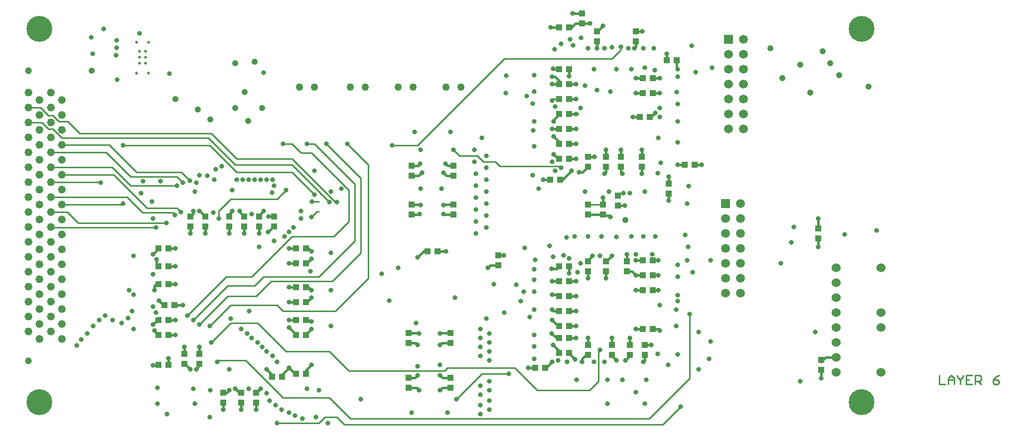
<source format=gbl>
%FSLAX24Y24*%
%MOIN*%
G70*
G01*
G75*
G04 Layer_Physical_Order=6*
%ADD10R,0.0866X0.0236*%
%ADD11R,0.0866X0.0787*%
%ADD12R,0.0787X0.0866*%
%ADD13R,0.0394X0.0433*%
%ADD14R,0.0630X0.0118*%
%ADD15R,0.0118X0.0630*%
%ADD16R,0.0650X0.0118*%
%ADD17R,0.0728X0.0118*%
%ADD18R,0.0118X0.0728*%
%ADD19R,0.0512X0.0591*%
%ADD20R,0.0807X0.0236*%
%ADD21R,0.0591X0.0512*%
%ADD22R,0.1063X0.0630*%
%ADD23R,0.1024X0.0945*%
%ADD24R,0.0630X0.0709*%
%ADD25R,0.0709X0.0630*%
%ADD26R,0.0433X0.0394*%
%ADD27R,0.0866X0.0236*%
%ADD28C,0.0200*%
%ADD29R,0.5906X0.5906*%
%ADD30R,0.0420X0.1181*%
%ADD31C,0.0241*%
%ADD32R,0.0709X0.0787*%
%ADD33R,0.0620X0.0775*%
%ADD34R,0.0360X0.2560*%
%ADD35R,0.0600X0.0150*%
%ADD36R,0.0620X0.1010*%
%ADD37C,0.0080*%
%ADD38C,0.0160*%
%ADD39C,0.0100*%
%ADD40C,0.0120*%
%ADD41C,0.0200*%
%ADD42C,0.0180*%
%ADD43C,0.0460*%
%ADD44C,0.0520*%
%ADD45C,0.0500*%
%ADD46C,0.1732*%
%ADD47C,0.1732*%
%ADD48C,0.0600*%
%ADD49R,0.0591X0.0591*%
%ADD50C,0.0591*%
%ADD51C,0.0320*%
%ADD52C,0.0420*%
D13*
X61800Y41265D02*
D03*
Y41935D02*
D03*
X60400D02*
D03*
Y41265D02*
D03*
X50200Y45735D02*
D03*
Y45065D02*
D03*
X32600Y44935D02*
D03*
Y44265D02*
D03*
X59200Y36335D02*
D03*
Y35665D02*
D03*
X62000Y36335D02*
D03*
Y35665D02*
D03*
X63000Y36335D02*
D03*
Y35665D02*
D03*
X58800Y58535D02*
D03*
Y57865D02*
D03*
X59200Y41265D02*
D03*
Y41935D02*
D03*
X47200Y37135D02*
D03*
Y36465D02*
D03*
Y33465D02*
D03*
Y34135D02*
D03*
X50000Y33465D02*
D03*
Y34135D02*
D03*
Y37135D02*
D03*
Y36465D02*
D03*
X60800Y36335D02*
D03*
Y35665D02*
D03*
X60400Y48265D02*
D03*
Y48935D02*
D03*
X61400Y48265D02*
D03*
Y48935D02*
D03*
X62800Y48265D02*
D03*
Y48935D02*
D03*
X60200Y45065D02*
D03*
Y45735D02*
D03*
X59200Y45065D02*
D03*
Y45735D02*
D03*
X64600Y47135D02*
D03*
Y46465D02*
D03*
X47400Y47665D02*
D03*
Y48335D02*
D03*
X50200Y47665D02*
D03*
Y48335D02*
D03*
X47400Y45735D02*
D03*
Y45065D02*
D03*
X59200Y48265D02*
D03*
Y48935D02*
D03*
X61200Y46335D02*
D03*
Y45665D02*
D03*
X35200Y44935D02*
D03*
Y44265D02*
D03*
X62400Y56665D02*
D03*
Y57335D02*
D03*
X33200Y35065D02*
D03*
Y35735D02*
D03*
X36000Y33135D02*
D03*
Y32465D02*
D03*
X37000Y33135D02*
D03*
Y32465D02*
D03*
X37200Y44935D02*
D03*
Y44265D02*
D03*
X36200Y44935D02*
D03*
Y44265D02*
D03*
X33600Y44935D02*
D03*
Y44265D02*
D03*
X34800Y33135D02*
D03*
Y32465D02*
D03*
X32200Y35065D02*
D03*
Y35735D02*
D03*
X38200Y44935D02*
D03*
Y44265D02*
D03*
X74600Y44135D02*
D03*
Y43465D02*
D03*
X74800Y34665D02*
D03*
Y35335D02*
D03*
X53200Y41665D02*
D03*
Y42335D02*
D03*
X59800Y57335D02*
D03*
Y56665D02*
D03*
D26*
X56335Y34800D02*
D03*
X55665D02*
D03*
X62865Y42000D02*
D03*
X63535D02*
D03*
X56665Y47400D02*
D03*
X57335D02*
D03*
X38065Y34200D02*
D03*
X38735D02*
D03*
X57935Y40600D02*
D03*
X57265D02*
D03*
X57935Y39600D02*
D03*
X57265D02*
D03*
X57935Y38600D02*
D03*
X57265D02*
D03*
X57935Y36800D02*
D03*
X57265D02*
D03*
X62865Y37400D02*
D03*
X63535D02*
D03*
X62865Y40000D02*
D03*
X63535D02*
D03*
X62865Y41000D02*
D03*
X63535D02*
D03*
X57265Y57600D02*
D03*
X57935D02*
D03*
X57935Y37600D02*
D03*
X57265D02*
D03*
X57935Y41600D02*
D03*
X57265D02*
D03*
X57935Y35800D02*
D03*
X57265D02*
D03*
Y54800D02*
D03*
X57935D02*
D03*
X65135Y55400D02*
D03*
X64465D02*
D03*
X57265Y51800D02*
D03*
X57935D02*
D03*
X57265Y49800D02*
D03*
X57935D02*
D03*
X65665Y48400D02*
D03*
X66335D02*
D03*
X63535Y54200D02*
D03*
X62865D02*
D03*
X63535Y53200D02*
D03*
X62865D02*
D03*
X57265Y53800D02*
D03*
X57935D02*
D03*
X57265Y50800D02*
D03*
X57935D02*
D03*
X57265Y48800D02*
D03*
X57935D02*
D03*
X63335Y51600D02*
D03*
X62665D02*
D03*
X30865Y39000D02*
D03*
X31535D02*
D03*
X30465Y38000D02*
D03*
X31135D02*
D03*
X40335D02*
D03*
X39665D02*
D03*
X40335Y39200D02*
D03*
X39665D02*
D03*
X40335Y41800D02*
D03*
X39665D02*
D03*
X30465Y41600D02*
D03*
X31135D02*
D03*
X30465Y42800D02*
D03*
X31135D02*
D03*
X30465Y40400D02*
D03*
X31135D02*
D03*
X30465Y37000D02*
D03*
X31135D02*
D03*
X30465Y35000D02*
D03*
X31135D02*
D03*
X40335Y42800D02*
D03*
X39665D02*
D03*
X40335Y40200D02*
D03*
X39665D02*
D03*
X40335Y37000D02*
D03*
X39665D02*
D03*
X40335Y34400D02*
D03*
X39665D02*
D03*
X48465Y42600D02*
D03*
X49135D02*
D03*
X57935Y52800D02*
D03*
X57265D02*
D03*
D28*
X29000Y56600D02*
D03*
X29800D02*
D03*
X29200Y56000D02*
D03*
X29600D02*
D03*
X29200Y55600D02*
D03*
X29600D02*
D03*
X29200Y55200D02*
D03*
X29600D02*
D03*
X29000Y54550D02*
D03*
X29800D02*
D03*
D38*
X40000Y31400D02*
X40100D01*
X61800Y41935D02*
Y42400D01*
X60435Y41935D02*
X60800Y42300D01*
X60400Y41935D02*
X60435D01*
X39200Y39200D02*
X39665D01*
X57500Y47400D02*
X58100Y48000D01*
X59200Y42000D02*
X59500Y42300D01*
X56757Y41457D02*
X57123D01*
X56800Y40600D02*
X57265D01*
X56800Y39700D02*
X57165D01*
X56900Y38600D02*
X57265D01*
X56798Y38702D02*
X56900Y38600D01*
X56800Y38000D02*
X57200Y37600D01*
X56773Y37127D02*
X57100Y36800D01*
X56861Y36339D02*
X57265Y35935D01*
X56700Y35200D02*
X56800D01*
X56400Y34800D02*
X56800Y35200D01*
X57935Y35765D02*
X58333Y35367D01*
X58800Y35200D02*
Y35400D01*
X63000Y35300D02*
Y35665D01*
X62900Y35200D02*
X63000Y35300D01*
X63900Y37400D02*
X63976Y37324D01*
X63535Y37400D02*
X63900D01*
X63535Y40000D02*
X63900D01*
X63535Y41000D02*
X63900D01*
X63535Y42000D02*
X63900D01*
X33200Y45300D02*
X33235D01*
X33600Y44935D01*
X32800Y45135D02*
Y45300D01*
X32600Y44935D02*
X32800Y45135D01*
X32600Y43800D02*
Y44265D01*
X33600Y43800D02*
Y44265D01*
X35200Y45100D02*
X35400Y45300D01*
X35200Y44935D02*
Y45100D01*
Y43800D02*
Y44265D01*
X36200Y43800D02*
Y44265D01*
X35900Y45235D02*
Y45300D01*
Y45235D02*
X36200Y44935D01*
X37200Y45000D02*
X37500Y45300D01*
X37835Y44935D02*
X38100D01*
X37200Y43900D02*
Y44265D01*
X37800Y43900D02*
X38138Y44238D01*
X40335Y42800D02*
X40500D01*
X40700Y42600D01*
X39200Y42800D02*
X39665D01*
X39200Y41800D02*
X39665D01*
X40400D02*
X40700Y42100D01*
X39200Y40200D02*
X39665D01*
X40335D02*
X40500D01*
X40700Y40000D01*
X40400Y39200D02*
X40708Y39508D01*
X39200Y38000D02*
X39665D01*
X40335D02*
X40500D01*
X40600Y37900D01*
X40700D01*
X40335Y37035D02*
X40700Y37400D01*
X33200Y35735D02*
Y36200D01*
X30446Y34980D02*
X30465Y35000D01*
X30080Y34980D02*
X30446D01*
X31135Y35000D02*
Y35435D01*
X32235Y35065D02*
X32600Y34700D01*
X32200Y35735D02*
Y36200D01*
X31135Y37000D02*
X31600D01*
X30222Y37244D02*
Y37278D01*
Y37244D02*
X30465Y37000D01*
X30100Y37700D02*
X30400Y38000D01*
X31135D02*
X31600D01*
X31535Y39000D02*
X32100D01*
X30333Y41732D02*
Y42067D01*
Y41732D02*
X30465Y41600D01*
X31135D02*
X31600D01*
X31135Y42800D02*
X31600D01*
X30100Y42400D02*
X30465Y42765D01*
X56900Y49100D02*
X57200Y48800D01*
X57935Y51800D02*
X58500D01*
X56900Y51400D02*
X57265Y51765D01*
X57935Y50800D02*
X58400D01*
X57100D02*
X57200Y50700D01*
X56800Y50800D02*
X57100D01*
X56900Y50300D02*
X57265Y49935D01*
Y49800D02*
Y49935D01*
X57935Y49800D02*
X58400D01*
X57935Y48800D02*
X58400D01*
X58835Y47900D02*
X59200Y48265D01*
X58600Y47900D02*
X58835D01*
X60400D02*
Y48265D01*
X60302Y47802D02*
X60400Y47900D01*
X61400D02*
Y48265D01*
Y47900D02*
X61483Y47817D01*
X62800Y47800D02*
Y48265D01*
X61200Y45665D02*
X61665D01*
X60200Y45735D02*
Y46200D01*
X64600Y46000D02*
Y46465D01*
Y47135D02*
Y47600D01*
X65165Y48400D02*
X65565D01*
X66335D02*
X66800D01*
X63400Y51600D02*
X63692Y51892D01*
X62200Y51600D02*
X62665D01*
X62500Y53200D02*
X62865D01*
X63500D02*
X64000D01*
X63535Y54200D02*
X64000D01*
X62400D02*
X62865D01*
X65135Y54865D02*
Y55400D01*
Y54865D02*
X65200Y54800D01*
X64465Y55400D02*
Y55835D01*
X62400Y56300D02*
Y56665D01*
X62300Y56200D02*
X62400Y56300D01*
X59800Y56200D02*
Y56665D01*
X56900Y54800D02*
X57200D01*
X56800Y54300D02*
X57000D01*
X57265Y53800D02*
Y54035D01*
X56800Y53800D02*
X57265D01*
X57000Y54300D02*
X57265Y54035D01*
X57935Y52800D02*
X58400D01*
X57935Y53800D02*
X58400D01*
X30500Y39300D02*
X30800Y39000D01*
X30865D01*
X31135Y40400D02*
X31600D01*
X30200Y40300D02*
X30400Y40500D01*
X30200Y40000D02*
Y40300D01*
X74600Y42900D02*
Y43465D01*
X35600Y33400D02*
X35865Y33135D01*
X63000Y36335D02*
X63435D01*
X60400Y48935D02*
Y49400D01*
X61400Y48935D02*
Y49400D01*
X62800Y48935D02*
Y49400D01*
X59200Y36335D02*
Y36800D01*
X57935Y41135D02*
Y41600D01*
X47735Y33465D02*
X47900Y33300D01*
X47200Y33465D02*
X47735D01*
X49465D02*
X50000D01*
X49300Y33300D02*
X49465Y33465D01*
X47665Y36465D02*
X47800Y36330D01*
X47200Y36465D02*
X47665D01*
X47865Y37135D02*
X47900Y37100D01*
X47200Y37135D02*
X47865D01*
X49335D02*
X50000D01*
X49300Y37100D02*
X49335Y37135D01*
X49435Y36465D02*
X50000D01*
X49300Y36330D02*
X49435Y36465D01*
X47635Y34135D02*
X47800Y34300D01*
X47200Y34135D02*
X47635D01*
X49465D02*
X50000D01*
X49300Y34300D02*
X49465Y34135D01*
X39600Y34400D02*
X39665D01*
X39200Y34800D02*
X39600Y34400D01*
X38735Y34335D02*
X39200Y34800D01*
X40335Y34635D02*
X40700Y35000D01*
X40335Y34400D02*
Y34635D01*
X38735Y34200D02*
Y34335D01*
X37700Y34700D02*
X38065Y34335D01*
Y34200D02*
Y34335D01*
X39665Y37000D02*
Y37035D01*
X39200Y37500D02*
X39665Y37035D01*
X35035Y33135D02*
X35200Y33300D01*
X34800Y33135D02*
X35035D01*
X34800Y32000D02*
Y32465D01*
X36000Y32000D02*
Y32465D01*
X37000Y32000D02*
Y32465D01*
X35865Y33135D02*
X36000D01*
X37029D02*
X37300Y33406D01*
X37000Y33135D02*
X37029D01*
X58800Y35400D02*
X59100Y35700D01*
X59200Y41935D02*
Y42000D01*
Y40800D02*
Y41265D01*
X60400Y40800D02*
Y41265D01*
X62400Y41000D02*
X62865D01*
X61800Y41265D02*
X62135D01*
X62400Y41000D01*
Y42000D02*
X62865D01*
X62400Y40000D02*
X62865D01*
X62400Y37400D02*
X62865D01*
X60800Y36335D02*
Y36800D01*
X62000Y36335D02*
Y36800D01*
Y35600D02*
Y35665D01*
X61700Y35300D02*
X62000Y35600D01*
X60800D02*
Y35665D01*
Y35600D02*
X61100Y35300D01*
X57935Y35765D02*
Y35800D01*
X57265D02*
Y35935D01*
X57935Y36800D02*
X58400D01*
X57935Y37600D02*
X58400D01*
X57935Y38600D02*
X58400D01*
X57100Y36800D02*
X57265D01*
X57200Y37600D02*
X57265D01*
X57165Y39700D02*
X57265Y39600D01*
X57935D02*
X58400D01*
X57935Y40600D02*
X58400D01*
X57123Y41457D02*
X57265Y41600D01*
X57935Y54335D02*
Y54800D01*
X56200Y47400D02*
X56665D01*
X57335D02*
X57500D01*
X47815Y48335D02*
X47973Y48493D01*
X47400Y48335D02*
X47815D01*
X47865Y47665D02*
X48083Y47883D01*
X47400Y47665D02*
X47865D01*
X47400Y45065D02*
X47885D01*
X47400Y45735D02*
X47965D01*
X47983Y45717D01*
X49812Y48335D02*
X50200D01*
X49673Y48473D02*
X49812Y48335D01*
X49735Y47665D02*
X50200D01*
X49517Y47883D02*
X49735Y47665D01*
X49535Y45735D02*
X50200D01*
X49517Y45717D02*
X49535Y45735D01*
X49568Y45065D02*
X50200D01*
X49527Y45107D02*
X49568Y45065D01*
X52500Y41500D02*
X52665Y41665D01*
X53200D01*
Y42335D02*
X53535D01*
X53550Y42350D01*
X59200Y48935D02*
X59635D01*
X74600Y44135D02*
Y44800D01*
X75100Y35500D02*
X75800D01*
X74800Y35200D02*
X75100Y35500D01*
X74800Y34100D02*
Y34665D01*
X59800Y57335D02*
X59835D01*
X60200Y57700D01*
X58100Y57600D02*
X58365Y57865D01*
X57935Y57600D02*
X58100D01*
X58365Y57865D02*
X59335D01*
X58165Y58535D02*
X58800D01*
X56700Y57600D02*
X57265D01*
X60200Y45065D02*
X60265Y45000D01*
X60600D01*
X59200Y45065D02*
X60200D01*
X60600Y45000D02*
X60700Y44900D01*
X55200Y34800D02*
X55665D01*
X56335D02*
X56400D01*
X62400Y57335D02*
X62835D01*
D39*
X35700Y48800D02*
X39400D01*
X42300Y45900D02*
X42400D01*
X39400Y48800D02*
X42300Y45900D01*
X21750Y52250D02*
X22550D01*
X31700Y47600D02*
X32100Y47200D01*
X26950Y49250D02*
X28600Y47600D01*
X31700D01*
X23250Y49250D02*
X26950D01*
X26550Y47250D02*
X26600Y47200D01*
X23250Y47250D02*
X26550D01*
X53600Y55500D02*
X60800D01*
X47800Y49700D02*
X53600Y55500D01*
X33565Y44935D02*
X33600D01*
X36200D02*
Y45000D01*
X37200Y44935D02*
Y45000D01*
X38100Y44935D02*
X38200D01*
X37200Y43800D02*
Y43900D01*
X38165Y44265D02*
X38200D01*
X38138Y44238D02*
X38165Y44265D01*
X40335Y41800D02*
X40400D01*
X40335Y39200D02*
X40400D01*
X40335Y37000D02*
Y37035D01*
X30080Y34980D02*
X30100Y35000D01*
X32200Y35065D02*
X32235D01*
X30200Y37300D02*
X30222Y37278D01*
X30465Y37000D02*
Y37035D01*
X30400Y38000D02*
X30465D01*
Y42765D02*
Y42800D01*
X57200Y48800D02*
X57265D01*
Y51765D02*
Y51800D01*
X56902Y51302D02*
X56950Y51350D01*
X59200Y45735D02*
X60200D01*
X63335Y51600D02*
X63400D01*
X62400Y53200D02*
X62500D01*
X57200Y54800D02*
X57265D01*
X56855Y54845D02*
X56900Y54800D01*
X61365Y46500D02*
X61572D01*
X43100Y49800D02*
X44500Y48400D01*
X33900Y37600D02*
X35300Y39000D01*
X44500Y40800D02*
Y48400D01*
X42300Y38600D02*
X44500Y40800D01*
X38800Y38600D02*
X42300D01*
X38400Y39000D02*
X38800Y38600D01*
X35300Y39000D02*
X38400D01*
X41700Y49800D02*
X44000Y47500D01*
X33200Y37700D02*
X35100Y39600D01*
X40400Y49800D02*
X40900D01*
X32800Y38000D02*
X35100Y40300D01*
X38800Y49800D02*
X39400D01*
X32400Y38300D02*
X35000Y40900D01*
X35100Y39600D02*
X37000D01*
X38000Y40600D01*
X42100D01*
X44000Y42500D01*
Y47500D01*
X35100Y40300D02*
X36900D01*
X37500Y40900D01*
X41200D01*
X43600Y43300D01*
Y47100D01*
X40900Y49800D02*
X43600Y47100D01*
X35000Y40900D02*
X36700D01*
X39400Y43600D01*
X42200D01*
X43200Y44600D01*
Y46700D01*
X40700Y49200D02*
X43200Y46700D01*
X40000Y49200D02*
X40700D01*
X39400Y49800D02*
X40000Y49200D01*
X60800Y55500D02*
X61400Y56100D01*
X35300Y46100D02*
X38400D01*
X34500Y45300D02*
X35300Y46100D01*
Y37800D02*
X37100D01*
X66000Y34100D02*
Y38400D01*
X34500Y35300D02*
X36300D01*
X34400Y35200D02*
X34500Y35300D01*
X36300D02*
X38800Y32800D01*
X37100Y37800D02*
X39000Y35900D01*
X41900D01*
X43200Y34600D01*
X49600D01*
X49800Y34800D01*
X54300D01*
X55800Y33300D01*
X59300D01*
X59900Y33900D01*
Y35900D01*
X22550Y52250D02*
X23100Y51700D01*
X23400D01*
X23800Y51300D01*
X24400D01*
X25200Y50500D01*
X34000D01*
X35700Y48800D01*
X21750Y51250D02*
X22650D01*
X39400Y48400D02*
X41900Y45900D01*
X33900Y49700D02*
X35700Y47900D01*
X39400D01*
X35600Y48400D02*
X39400D01*
X22650Y51250D02*
X23100Y50800D01*
X23400D01*
X24000Y50200D01*
X33800D01*
X35600Y48400D01*
X57300Y48300D02*
X57400Y48200D01*
X50200Y49400D02*
X50600Y49000D01*
X51800D01*
X52200Y48600D01*
X53000D01*
X53300Y48300D01*
X57300D01*
X61200Y46335D02*
X61365Y46500D01*
X56900Y52800D02*
X57265D01*
X56800Y52700D02*
X56900Y52800D01*
X32000Y47900D02*
X32546Y47354D01*
X24000Y49750D02*
X27150D01*
X29000Y47900D01*
X32000D01*
X23250Y48250D02*
X27350D01*
X28600Y47000D02*
X31700D01*
X27350Y48250D02*
X28600Y47000D01*
X31700Y45500D02*
X31955Y45245D01*
X24000Y47750D02*
X27450D01*
X29700Y45500D01*
X31700D01*
X23250Y46250D02*
X28350D01*
X31423Y45200D02*
X31561Y45061D01*
X28350Y46250D02*
X29400Y45200D01*
X31423D01*
X28050Y45750D02*
X28100Y45800D01*
X24000Y45750D02*
X28050D01*
X25100Y44500D02*
X31000D01*
X23250Y45250D02*
X24350D01*
X25100Y44500D01*
X23300Y44200D02*
X30300D01*
X23250Y44250D02*
X23300Y44200D01*
X30077Y44823D02*
X30100Y44800D01*
X33200Y34900D02*
Y35065D01*
X33000Y34700D02*
X33200Y34900D01*
X41065Y45265D02*
X41200D01*
X40700Y44900D02*
X41065Y45265D01*
X40735Y45935D02*
X41200D01*
X40735Y45935D02*
X40735Y45935D01*
X50400Y32700D02*
X52100Y34400D01*
X53900D01*
X63300Y31400D02*
X66000Y34100D01*
X43300Y31400D02*
X63300D01*
X41900Y32800D02*
X43300Y31400D01*
X38800Y32800D02*
X41900D01*
X41200Y31100D02*
X41600Y31500D01*
X42400D01*
X42900Y31000D01*
X64200D01*
X38400Y31100D02*
X41200D01*
X64200Y31000D02*
X65400Y32200D01*
X34000Y36500D02*
X35300Y37800D01*
X59900Y35900D02*
X60000Y36000D01*
X34500Y44800D02*
Y45300D01*
X38400Y46100D02*
X39000Y46700D01*
X46100Y49700D02*
X47800D01*
X61400Y56100D02*
Y56300D01*
X39400Y47900D02*
X40900Y46400D01*
X28100Y49700D02*
X33900D01*
X82700Y34300D02*
Y33700D01*
X83100D01*
X83300D02*
Y34100D01*
X83500Y34300D01*
X83700Y34100D01*
Y33700D01*
Y34000D01*
X83300D01*
X83900Y34300D02*
Y34200D01*
X84100Y34000D01*
X84299Y34200D01*
Y34300D01*
X84100Y34000D02*
Y33700D01*
X84899Y34300D02*
X84499D01*
Y33700D01*
X84899D01*
X84499Y34000D02*
X84699D01*
X85099Y33700D02*
Y34300D01*
X85399D01*
X85499Y34200D01*
Y34000D01*
X85399Y33900D01*
X85099D01*
X85299D02*
X85499Y33700D01*
X86699Y34300D02*
X86499Y34200D01*
X86299Y34000D01*
Y33800D01*
X86399Y33700D01*
X86599D01*
X86699Y33800D01*
Y33900D01*
X86599Y34000D01*
X86299D01*
D42*
X47800Y42200D02*
X48300Y42700D01*
X48400D01*
X49135Y42600D02*
X49700D01*
D43*
X21750Y54710D02*
D03*
Y35290D02*
D03*
D44*
Y53250D02*
D03*
X22500Y52750D02*
D03*
X21750Y52250D02*
D03*
X22500Y51750D02*
D03*
X21750Y51250D02*
D03*
X22500Y50750D02*
D03*
X21750Y50250D02*
D03*
X22500Y49750D02*
D03*
X21750Y49250D02*
D03*
X22500Y48750D02*
D03*
X21750Y48250D02*
D03*
X22500Y47750D02*
D03*
X21750Y47250D02*
D03*
X22500Y46750D02*
D03*
X21750Y46250D02*
D03*
X22500Y45750D02*
D03*
X21750Y45250D02*
D03*
X22500Y44750D02*
D03*
X21750Y44250D02*
D03*
X22500Y43750D02*
D03*
X21750Y43250D02*
D03*
X22500Y42750D02*
D03*
X21750Y42250D02*
D03*
X22500Y41750D02*
D03*
X21750Y41250D02*
D03*
X22500Y40750D02*
D03*
X21750Y40250D02*
D03*
X22500Y39750D02*
D03*
X21750Y39250D02*
D03*
X22500Y38750D02*
D03*
X21750Y38250D02*
D03*
X22500Y37750D02*
D03*
X21750Y37250D02*
D03*
X22500Y36750D02*
D03*
X23250Y53250D02*
D03*
X24000Y52750D02*
D03*
X23250Y52250D02*
D03*
X24000Y51750D02*
D03*
X23250Y51250D02*
D03*
X24000Y50750D02*
D03*
X23250Y50250D02*
D03*
X24000Y49750D02*
D03*
X23250Y49250D02*
D03*
X24000Y48750D02*
D03*
X23250Y48250D02*
D03*
X24000Y47750D02*
D03*
X23250Y47250D02*
D03*
X24000Y46750D02*
D03*
X23250Y46250D02*
D03*
X24000Y45750D02*
D03*
X23250Y45250D02*
D03*
X24000Y44750D02*
D03*
X23250Y44250D02*
D03*
X24000Y43750D02*
D03*
X23250Y43250D02*
D03*
X24000Y42750D02*
D03*
X23250Y42250D02*
D03*
X24000Y41750D02*
D03*
X23250Y41250D02*
D03*
X24000Y40750D02*
D03*
X23250Y40250D02*
D03*
X24000Y39750D02*
D03*
X23250Y39250D02*
D03*
X24000Y38750D02*
D03*
X23250Y38250D02*
D03*
X24000Y37750D02*
D03*
X23250Y37250D02*
D03*
X24000Y36750D02*
D03*
D45*
X49700Y53600D02*
D03*
X50700D02*
D03*
X46500D02*
D03*
X47500D02*
D03*
X43300D02*
D03*
X44300D02*
D03*
X39900D02*
D03*
X40900D02*
D03*
D46*
X77500Y32500D02*
D03*
X22500D02*
D03*
Y57500D02*
D03*
D47*
X77500D02*
D03*
D48*
X75800Y36500D02*
D03*
Y37500D02*
D03*
Y35500D02*
D03*
Y34500D02*
D03*
X78800Y37500D02*
D03*
Y34500D02*
D03*
Y38500D02*
D03*
Y41500D02*
D03*
X75800Y38500D02*
D03*
Y39500D02*
D03*
Y41500D02*
D03*
Y40500D02*
D03*
D49*
X68400Y45800D02*
D03*
X68600Y56800D02*
D03*
D50*
X69400Y45800D02*
D03*
X68400Y44800D02*
D03*
X69400D02*
D03*
X68400Y43800D02*
D03*
X69400D02*
D03*
X68400Y42800D02*
D03*
X69400D02*
D03*
X68400Y41800D02*
D03*
X69400D02*
D03*
X68400Y40800D02*
D03*
X69400D02*
D03*
X68400Y39800D02*
D03*
X69400D02*
D03*
X69600Y56800D02*
D03*
X68600Y55800D02*
D03*
X69600D02*
D03*
X68600Y54800D02*
D03*
X69600D02*
D03*
X68600Y53800D02*
D03*
X69600D02*
D03*
X68600Y52800D02*
D03*
X69600D02*
D03*
X68600Y51800D02*
D03*
X69600D02*
D03*
X68600Y50800D02*
D03*
X69600D02*
D03*
D51*
X40900Y48000D02*
D03*
X42700Y46800D02*
D03*
X42400Y45900D02*
D03*
X30591Y47309D02*
D03*
X29409D02*
D03*
X47400Y31800D02*
D03*
X49800D02*
D03*
X47600Y50600D02*
D03*
X50000D02*
D03*
X32900Y32400D02*
D03*
X30400D02*
D03*
X31009Y31709D02*
D03*
X44000Y32700D02*
D03*
X41200Y33300D02*
D03*
X52900Y40400D02*
D03*
X54391Y40391D02*
D03*
X53600Y38500D02*
D03*
X54708Y39292D02*
D03*
X54900Y39900D02*
D03*
X53709Y54391D02*
D03*
X55100Y53000D02*
D03*
X53700Y53200D02*
D03*
X66109Y56391D02*
D03*
X67500Y54900D02*
D03*
X66400Y54600D02*
D03*
X65909Y46991D02*
D03*
X65809Y45809D02*
D03*
X67391Y42009D02*
D03*
X65900Y42900D02*
D03*
X65809Y42009D02*
D03*
X66600Y37200D02*
D03*
X67391Y36591D02*
D03*
X67291Y35409D02*
D03*
X66600Y34700D02*
D03*
X62391Y33191D02*
D03*
X63000Y32400D02*
D03*
X60500D02*
D03*
X59000Y46600D02*
D03*
X35400Y46700D02*
D03*
X55600Y36250D02*
D03*
X55900Y46800D02*
D03*
X64000Y52200D02*
D03*
X62200Y51600D02*
D03*
X63692Y51892D02*
D03*
X63000Y46600D02*
D03*
X60200Y46200D02*
D03*
X55600Y54400D02*
D03*
X59600Y54800D02*
D03*
X60800Y56284D02*
D03*
X63600Y56200D02*
D03*
X55511Y50711D02*
D03*
X33900Y37600D02*
D03*
X33200Y37700D02*
D03*
X32800Y38000D02*
D03*
X32400Y38300D02*
D03*
X40400Y49800D02*
D03*
X43100D02*
D03*
X41700D02*
D03*
X38800D02*
D03*
X30500Y39300D02*
D03*
X31600Y40400D02*
D03*
X30200Y40000D02*
D03*
X61400Y56300D02*
D03*
X46100Y49700D02*
D03*
X39000Y46700D02*
D03*
X34500Y44800D02*
D03*
X34000Y36500D02*
D03*
X34400Y35200D02*
D03*
X60000Y36000D02*
D03*
X33924Y33324D02*
D03*
X29300Y46500D02*
D03*
X41900Y45900D02*
D03*
X28100Y49700D02*
D03*
X40900Y46400D02*
D03*
X38057Y46557D02*
D03*
X63435Y36335D02*
D03*
X60400Y49400D02*
D03*
X61400D02*
D03*
X62800D02*
D03*
X29200Y57200D02*
D03*
X27700Y54100D02*
D03*
X25949Y56951D02*
D03*
X26800Y57500D02*
D03*
X26051Y55849D02*
D03*
X27630Y55730D02*
D03*
X27642Y56242D02*
D03*
X27646Y56754D02*
D03*
X31200Y54500D02*
D03*
X59200Y36800D02*
D03*
X50400Y32700D02*
D03*
X66200Y41200D02*
D03*
X58700Y41800D02*
D03*
X58500Y41200D02*
D03*
X57935Y41135D02*
D03*
X65700Y43700D02*
D03*
X58300Y43600D02*
D03*
X57939Y42161D02*
D03*
X57743Y43543D02*
D03*
X47900Y33300D02*
D03*
X49300D02*
D03*
X41000Y31500D02*
D03*
X41800Y31100D02*
D03*
X47800Y36330D02*
D03*
X47900Y37100D02*
D03*
X49300D02*
D03*
Y36330D02*
D03*
X47700Y37800D02*
D03*
X49300Y35000D02*
D03*
X47800Y34900D02*
D03*
X49300Y34300D02*
D03*
X47800D02*
D03*
X48000Y49400D02*
D03*
X38400Y35200D02*
D03*
X38100Y35600D02*
D03*
X37700Y35900D02*
D03*
X37400Y36200D02*
D03*
X37100Y36500D02*
D03*
X36700Y36800D02*
D03*
X36400Y37100D02*
D03*
X39200Y37500D02*
D03*
X36000Y37400D02*
D03*
X39200Y34800D02*
D03*
X37700Y33100D02*
D03*
X36483Y33417D02*
D03*
X34800Y32000D02*
D03*
X36000D02*
D03*
X37000D02*
D03*
X37300Y33406D02*
D03*
X35200Y34700D02*
D03*
X35600Y33400D02*
D03*
X35200Y33300D02*
D03*
X37900Y32600D02*
D03*
X38300Y32300D02*
D03*
X38700Y32000D02*
D03*
X39200Y31800D02*
D03*
X39600Y31600D02*
D03*
X40100Y31400D02*
D03*
X52000Y37400D02*
D03*
X52600Y37100D02*
D03*
X55300Y38200D02*
D03*
X52000Y36800D02*
D03*
X52600Y36500D02*
D03*
X52000Y36200D02*
D03*
X52600Y35900D02*
D03*
X52000Y35600D02*
D03*
X52600Y35300D02*
D03*
Y33900D02*
D03*
X52000Y31700D02*
D03*
X52600Y32000D02*
D03*
X52000Y32300D02*
D03*
X52600Y32600D02*
D03*
X52000Y33000D02*
D03*
Y33600D02*
D03*
X52600Y33300D02*
D03*
X59600Y35200D02*
D03*
X58800D02*
D03*
X57546Y42346D02*
D03*
X56627Y42973D02*
D03*
X56855Y42245D02*
D03*
X61089Y43589D02*
D03*
X60105Y43595D02*
D03*
X59200Y43600D02*
D03*
X59500Y42300D02*
D03*
X59200Y40800D02*
D03*
X60400D02*
D03*
X60800Y42300D02*
D03*
X60000D02*
D03*
X62100Y43600D02*
D03*
X62400Y42400D02*
D03*
X61800D02*
D03*
X62900Y43600D02*
D03*
X63700D02*
D03*
X63500Y42400D02*
D03*
X62400Y42000D02*
D03*
X63900D02*
D03*
X62400Y41000D02*
D03*
X63900D02*
D03*
X65200Y41700D02*
D03*
Y40900D02*
D03*
X62400Y40000D02*
D03*
X63900D02*
D03*
X65186Y39686D02*
D03*
X65192Y39292D02*
D03*
X64000Y39000D02*
D03*
X65098Y38702D02*
D03*
X62400Y37400D02*
D03*
X65100Y37600D02*
D03*
X63976Y37324D02*
D03*
X64573Y35027D02*
D03*
X65200Y35700D02*
D03*
X63100Y34000D02*
D03*
X63845Y35755D02*
D03*
X62900Y35200D02*
D03*
X61500Y34000D02*
D03*
X60800Y36800D02*
D03*
X62000D02*
D03*
X61700Y35300D02*
D03*
X61100D02*
D03*
X60498Y34002D02*
D03*
X60302Y35198D02*
D03*
X58420Y34000D02*
D03*
X58333Y35367D02*
D03*
X56800Y35200D02*
D03*
X56861Y36339D02*
D03*
X55600Y37020D02*
D03*
X58400Y36800D02*
D03*
Y37600D02*
D03*
Y38600D02*
D03*
X56773Y37127D02*
D03*
X56800Y38000D02*
D03*
X56798Y38702D02*
D03*
X55600Y38700D02*
D03*
X56800Y39700D02*
D03*
X55600Y39900D02*
D03*
X58400Y39600D02*
D03*
Y40600D02*
D03*
X56800D02*
D03*
X55600Y40700D02*
D03*
X55648Y42048D02*
D03*
X55600Y41400D02*
D03*
X56757Y41457D02*
D03*
X60700Y53300D02*
D03*
X59000Y53700D02*
D03*
X59800Y53400D02*
D03*
X57935Y54335D02*
D03*
X58200Y56400D02*
D03*
X58000Y56800D02*
D03*
X56955Y56155D02*
D03*
X34300Y48100D02*
D03*
X34700Y48300D02*
D03*
X56200Y47400D02*
D03*
X50200Y49400D02*
D03*
X52100Y50200D02*
D03*
X57400Y48200D02*
D03*
X55500Y47700D02*
D03*
X46500Y41500D02*
D03*
X57000Y48000D02*
D03*
X45400Y41100D02*
D03*
X48083Y47883D02*
D03*
X47973Y48493D02*
D03*
X47927Y45107D02*
D03*
X47983Y45717D02*
D03*
X48000Y46800D02*
D03*
X49400D02*
D03*
X49673Y48473D02*
D03*
X49517Y47883D02*
D03*
X49527Y45107D02*
D03*
X49517Y45717D02*
D03*
X40000Y44800D02*
D03*
Y45300D02*
D03*
X38200Y43300D02*
D03*
X37200Y42900D02*
D03*
X42000Y46600D02*
D03*
X39500Y44200D02*
D03*
X39200Y43900D02*
D03*
X38900Y43600D02*
D03*
X37835Y44935D02*
D03*
X37800Y43900D02*
D03*
X38200Y47000D02*
D03*
X38100Y47400D02*
D03*
X37700D02*
D03*
X37300D02*
D03*
X36900D02*
D03*
X36500D02*
D03*
X36100D02*
D03*
X35700D02*
D03*
X36680Y45120D02*
D03*
X52400Y49000D02*
D03*
Y48200D02*
D03*
Y45800D02*
D03*
Y45000D02*
D03*
Y44200D02*
D03*
X51600Y49400D02*
D03*
Y48600D02*
D03*
X51700Y47800D02*
D03*
X52400Y47400D02*
D03*
X51700Y47000D02*
D03*
Y43800D02*
D03*
Y44600D02*
D03*
Y45400D02*
D03*
Y46200D02*
D03*
X52400Y46600D02*
D03*
X60300Y56200D02*
D03*
X61089Y54811D02*
D03*
X64465Y55835D02*
D03*
X62100Y54800D02*
D03*
X61900Y56200D02*
D03*
X63648Y54752D02*
D03*
X62835Y57335D02*
D03*
X62300Y56200D02*
D03*
X62900D02*
D03*
X63000Y54900D02*
D03*
X65200Y54800D02*
D03*
X64000Y54200D02*
D03*
X65200Y54300D02*
D03*
X62400Y54200D02*
D03*
Y53200D02*
D03*
X65130Y53270D02*
D03*
X64000Y53200D02*
D03*
X65183Y52483D02*
D03*
X64000Y51600D02*
D03*
X65202Y51302D02*
D03*
X63900Y50200D02*
D03*
X65176Y49924D02*
D03*
X64054Y48546D02*
D03*
X66800Y48400D02*
D03*
X65200D02*
D03*
X61665Y45665D02*
D03*
X64600Y46000D02*
D03*
Y47600D02*
D03*
X63845Y47855D02*
D03*
X62800Y47800D02*
D03*
X62000Y46500D02*
D03*
X60600Y46600D02*
D03*
X61572Y46500D02*
D03*
X61483Y47817D02*
D03*
X60302Y47802D02*
D03*
X58100Y48000D02*
D03*
X58600Y47900D02*
D03*
X59800Y56200D02*
D03*
X58400Y53800D02*
D03*
Y52800D02*
D03*
Y51800D02*
D03*
X56800Y50800D02*
D03*
X58400D02*
D03*
Y49800D02*
D03*
Y48800D02*
D03*
X56800Y48600D02*
D03*
X56900Y49100D02*
D03*
X55600Y49630D02*
D03*
X56900Y50300D02*
D03*
X55600Y51300D02*
D03*
X56902Y51302D02*
D03*
X55500Y52500D02*
D03*
X55600Y53300D02*
D03*
X56800Y52700D02*
D03*
Y53800D02*
D03*
Y54300D02*
D03*
X56855Y54845D02*
D03*
X34200Y47400D02*
D03*
X33727Y47673D02*
D03*
X34120Y45220D02*
D03*
X33200Y47700D02*
D03*
X33000Y47200D02*
D03*
X32546Y47354D02*
D03*
X32100Y47200D02*
D03*
X31700Y47000D02*
D03*
X31955Y45245D02*
D03*
X26600Y47200D02*
D03*
X31561Y45061D02*
D03*
X28100Y45800D02*
D03*
X31000Y44500D02*
D03*
X30300Y44200D02*
D03*
X28500Y40000D02*
D03*
X32100Y39000D02*
D03*
X30100Y38900D02*
D03*
X30300Y38500D02*
D03*
X28700Y38600D02*
D03*
X28430Y38130D02*
D03*
X28000Y37800D02*
D03*
X27400Y38000D02*
D03*
X26900Y38300D02*
D03*
X26500Y38000D02*
D03*
X26100Y37600D02*
D03*
X25700Y37100D02*
D03*
X25300Y36700D02*
D03*
X25000Y36300D02*
D03*
X30035Y45935D02*
D03*
X30077Y44823D02*
D03*
X28800Y42300D02*
D03*
X31600Y41600D02*
D03*
Y42800D02*
D03*
X30100Y42400D02*
D03*
X30333Y42067D02*
D03*
X30083Y41083D02*
D03*
X28800Y39700D02*
D03*
Y37400D02*
D03*
X31600Y38000D02*
D03*
Y37000D02*
D03*
X30100Y37700D02*
D03*
X30200Y37300D02*
D03*
X30380Y33480D02*
D03*
X31135Y35435D02*
D03*
X32200Y36200D02*
D03*
X33200D02*
D03*
X30080Y34980D02*
D03*
X32800Y33400D02*
D03*
X32600Y34700D02*
D03*
X33000D02*
D03*
X37700D02*
D03*
X40400Y33420D02*
D03*
X40700Y35000D02*
D03*
X42000Y37600D02*
D03*
X39200Y38000D02*
D03*
X40700Y37900D02*
D03*
Y37400D02*
D03*
X39200Y39200D02*
D03*
Y40200D02*
D03*
X42000Y40000D02*
D03*
X40700D02*
D03*
X40708Y39508D02*
D03*
X40620Y41280D02*
D03*
X42000Y42500D02*
D03*
X39200Y42800D02*
D03*
Y41800D02*
D03*
X40700Y42100D02*
D03*
Y42600D02*
D03*
Y44900D02*
D03*
X40735Y45935D02*
D03*
X37200Y43800D02*
D03*
X37500Y45300D02*
D03*
X32600Y43800D02*
D03*
X33600D02*
D03*
X35900Y45300D02*
D03*
X36200Y43800D02*
D03*
X35200D02*
D03*
X35400Y45300D02*
D03*
X32900Y46600D02*
D03*
X33200Y45300D02*
D03*
X32800D02*
D03*
X52500Y41500D02*
D03*
X53550Y42350D02*
D03*
X54950Y42850D02*
D03*
X57000Y52300D02*
D03*
X58700Y52200D02*
D03*
X59635Y48935D02*
D03*
X57400Y56500D02*
D03*
X74600Y42900D02*
D03*
Y44800D02*
D03*
X72950Y44250D02*
D03*
X72800Y43200D02*
D03*
X72100Y41800D02*
D03*
X78500Y44000D02*
D03*
X74400Y37200D02*
D03*
X74800Y34100D02*
D03*
X73400Y33900D02*
D03*
X76350Y43750D02*
D03*
X33900Y31500D02*
D03*
X59200Y56200D02*
D03*
X60200Y57700D02*
D03*
X59335Y57865D02*
D03*
X58165Y58535D02*
D03*
X56700Y57600D02*
D03*
X58727Y56927D02*
D03*
X60700Y44900D02*
D03*
X66000Y38400D02*
D03*
X45889Y39311D02*
D03*
X57200Y35300D02*
D03*
X57800Y35200D02*
D03*
X52400Y38100D02*
D03*
X53900Y34400D02*
D03*
X55200Y34800D02*
D03*
X55600Y35400D02*
D03*
X36519Y38619D02*
D03*
X35300Y38100D02*
D03*
X38400Y31100D02*
D03*
X65400Y32200D02*
D03*
X37486Y54586D02*
D03*
X50300Y39500D02*
D03*
X47800Y42200D02*
D03*
X49700Y42600D02*
D03*
D52*
X74061Y53261D02*
D03*
X76000Y54400D02*
D03*
X75400Y55200D02*
D03*
X77951Y53649D02*
D03*
X73392Y55108D02*
D03*
X74900Y56000D02*
D03*
X72200Y54200D02*
D03*
X71400Y56200D02*
D03*
X61700Y44700D02*
D03*
X37400Y52200D02*
D03*
X36460Y51340D02*
D03*
X35600Y52200D02*
D03*
X36900Y55300D02*
D03*
X35600Y55200D02*
D03*
X36214Y53286D02*
D03*
X33940Y51440D02*
D03*
X33100Y52100D02*
D03*
X31600Y52800D02*
D03*
X26000Y54700D02*
D03*
M02*

</source>
